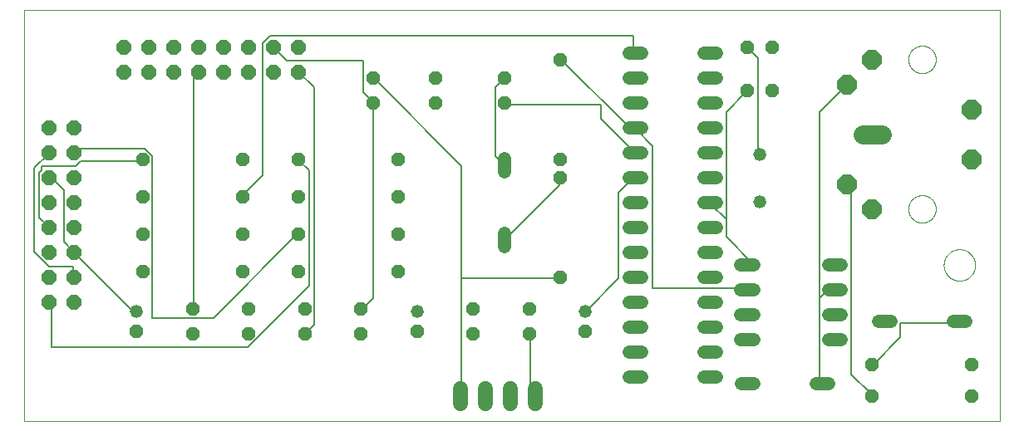
<source format=gbl>
G75*
%MOIN*%
%OFA0B0*%
%FSLAX25Y25*%
%IPPOS*%
%LPD*%
%AMOC8*
5,1,8,0,0,1.08239X$1,22.5*
%
%ADD10C,0.00000*%
%ADD11OC8,0.05200*%
%ADD12C,0.05200*%
%ADD13OC8,0.06000*%
%ADD14C,0.05200*%
%ADD15C,0.06000*%
%ADD16C,0.07800*%
%ADD17OC8,0.07800*%
%ADD18C,0.00600*%
D10*
X0001000Y0002875D02*
X0001000Y0167835D01*
X0392201Y0167835D01*
X0392201Y0002875D01*
X0001000Y0002875D01*
X0355500Y0087875D02*
X0355502Y0088023D01*
X0355508Y0088171D01*
X0355518Y0088319D01*
X0355532Y0088467D01*
X0355550Y0088614D01*
X0355572Y0088761D01*
X0355598Y0088907D01*
X0355627Y0089052D01*
X0355661Y0089197D01*
X0355699Y0089340D01*
X0355740Y0089483D01*
X0355785Y0089624D01*
X0355835Y0089764D01*
X0355887Y0089902D01*
X0355944Y0090040D01*
X0356004Y0090175D01*
X0356068Y0090309D01*
X0356135Y0090441D01*
X0356206Y0090571D01*
X0356281Y0090700D01*
X0356359Y0090826D01*
X0356440Y0090950D01*
X0356524Y0091072D01*
X0356612Y0091191D01*
X0356703Y0091308D01*
X0356797Y0091423D01*
X0356895Y0091535D01*
X0356995Y0091644D01*
X0357098Y0091751D01*
X0357204Y0091855D01*
X0357312Y0091956D01*
X0357424Y0092054D01*
X0357538Y0092149D01*
X0357654Y0092240D01*
X0357773Y0092329D01*
X0357894Y0092414D01*
X0358018Y0092496D01*
X0358144Y0092575D01*
X0358271Y0092650D01*
X0358401Y0092722D01*
X0358533Y0092791D01*
X0358666Y0092855D01*
X0358801Y0092916D01*
X0358938Y0092974D01*
X0359076Y0093028D01*
X0359216Y0093078D01*
X0359357Y0093124D01*
X0359499Y0093166D01*
X0359642Y0093205D01*
X0359786Y0093239D01*
X0359932Y0093270D01*
X0360077Y0093297D01*
X0360224Y0093320D01*
X0360371Y0093339D01*
X0360519Y0093354D01*
X0360666Y0093365D01*
X0360815Y0093372D01*
X0360963Y0093375D01*
X0361111Y0093374D01*
X0361259Y0093369D01*
X0361407Y0093360D01*
X0361555Y0093347D01*
X0361703Y0093330D01*
X0361849Y0093309D01*
X0361996Y0093284D01*
X0362141Y0093255D01*
X0362286Y0093223D01*
X0362429Y0093186D01*
X0362572Y0093146D01*
X0362714Y0093101D01*
X0362854Y0093053D01*
X0362993Y0093001D01*
X0363130Y0092946D01*
X0363266Y0092886D01*
X0363401Y0092823D01*
X0363533Y0092757D01*
X0363664Y0092687D01*
X0363793Y0092613D01*
X0363919Y0092536D01*
X0364044Y0092456D01*
X0364166Y0092372D01*
X0364287Y0092285D01*
X0364404Y0092195D01*
X0364520Y0092101D01*
X0364632Y0092005D01*
X0364742Y0091906D01*
X0364850Y0091803D01*
X0364954Y0091698D01*
X0365056Y0091590D01*
X0365154Y0091479D01*
X0365250Y0091366D01*
X0365343Y0091250D01*
X0365432Y0091132D01*
X0365518Y0091011D01*
X0365601Y0090888D01*
X0365681Y0090763D01*
X0365757Y0090636D01*
X0365830Y0090506D01*
X0365899Y0090375D01*
X0365964Y0090242D01*
X0366027Y0090108D01*
X0366085Y0089971D01*
X0366140Y0089833D01*
X0366190Y0089694D01*
X0366238Y0089553D01*
X0366281Y0089412D01*
X0366321Y0089269D01*
X0366356Y0089125D01*
X0366388Y0088980D01*
X0366416Y0088834D01*
X0366440Y0088688D01*
X0366460Y0088541D01*
X0366476Y0088393D01*
X0366488Y0088246D01*
X0366496Y0088097D01*
X0366500Y0087949D01*
X0366500Y0087801D01*
X0366496Y0087653D01*
X0366488Y0087504D01*
X0366476Y0087357D01*
X0366460Y0087209D01*
X0366440Y0087062D01*
X0366416Y0086916D01*
X0366388Y0086770D01*
X0366356Y0086625D01*
X0366321Y0086481D01*
X0366281Y0086338D01*
X0366238Y0086197D01*
X0366190Y0086056D01*
X0366140Y0085917D01*
X0366085Y0085779D01*
X0366027Y0085642D01*
X0365964Y0085508D01*
X0365899Y0085375D01*
X0365830Y0085244D01*
X0365757Y0085114D01*
X0365681Y0084987D01*
X0365601Y0084862D01*
X0365518Y0084739D01*
X0365432Y0084618D01*
X0365343Y0084500D01*
X0365250Y0084384D01*
X0365154Y0084271D01*
X0365056Y0084160D01*
X0364954Y0084052D01*
X0364850Y0083947D01*
X0364742Y0083844D01*
X0364632Y0083745D01*
X0364520Y0083649D01*
X0364404Y0083555D01*
X0364287Y0083465D01*
X0364166Y0083378D01*
X0364044Y0083294D01*
X0363919Y0083214D01*
X0363793Y0083137D01*
X0363664Y0083063D01*
X0363533Y0082993D01*
X0363401Y0082927D01*
X0363266Y0082864D01*
X0363130Y0082804D01*
X0362993Y0082749D01*
X0362854Y0082697D01*
X0362714Y0082649D01*
X0362572Y0082604D01*
X0362429Y0082564D01*
X0362286Y0082527D01*
X0362141Y0082495D01*
X0361996Y0082466D01*
X0361849Y0082441D01*
X0361703Y0082420D01*
X0361555Y0082403D01*
X0361407Y0082390D01*
X0361259Y0082381D01*
X0361111Y0082376D01*
X0360963Y0082375D01*
X0360815Y0082378D01*
X0360666Y0082385D01*
X0360519Y0082396D01*
X0360371Y0082411D01*
X0360224Y0082430D01*
X0360077Y0082453D01*
X0359932Y0082480D01*
X0359786Y0082511D01*
X0359642Y0082545D01*
X0359499Y0082584D01*
X0359357Y0082626D01*
X0359216Y0082672D01*
X0359076Y0082722D01*
X0358938Y0082776D01*
X0358801Y0082834D01*
X0358666Y0082895D01*
X0358533Y0082959D01*
X0358401Y0083028D01*
X0358271Y0083100D01*
X0358144Y0083175D01*
X0358018Y0083254D01*
X0357894Y0083336D01*
X0357773Y0083421D01*
X0357654Y0083510D01*
X0357538Y0083601D01*
X0357424Y0083696D01*
X0357312Y0083794D01*
X0357204Y0083895D01*
X0357098Y0083999D01*
X0356995Y0084106D01*
X0356895Y0084215D01*
X0356797Y0084327D01*
X0356703Y0084442D01*
X0356612Y0084559D01*
X0356524Y0084678D01*
X0356440Y0084800D01*
X0356359Y0084924D01*
X0356281Y0085050D01*
X0356206Y0085179D01*
X0356135Y0085309D01*
X0356068Y0085441D01*
X0356004Y0085575D01*
X0355944Y0085710D01*
X0355887Y0085848D01*
X0355835Y0085986D01*
X0355785Y0086126D01*
X0355740Y0086267D01*
X0355699Y0086410D01*
X0355661Y0086553D01*
X0355627Y0086698D01*
X0355598Y0086843D01*
X0355572Y0086989D01*
X0355550Y0087136D01*
X0355532Y0087283D01*
X0355518Y0087431D01*
X0355508Y0087579D01*
X0355502Y0087727D01*
X0355500Y0087875D01*
X0369701Y0065375D02*
X0369703Y0065533D01*
X0369709Y0065691D01*
X0369719Y0065849D01*
X0369733Y0066007D01*
X0369751Y0066164D01*
X0369772Y0066321D01*
X0369798Y0066477D01*
X0369828Y0066633D01*
X0369861Y0066788D01*
X0369899Y0066941D01*
X0369940Y0067094D01*
X0369985Y0067246D01*
X0370034Y0067397D01*
X0370087Y0067546D01*
X0370143Y0067694D01*
X0370203Y0067840D01*
X0370267Y0067985D01*
X0370335Y0068128D01*
X0370406Y0068270D01*
X0370480Y0068410D01*
X0370558Y0068547D01*
X0370640Y0068683D01*
X0370724Y0068817D01*
X0370813Y0068948D01*
X0370904Y0069077D01*
X0370999Y0069204D01*
X0371096Y0069329D01*
X0371197Y0069451D01*
X0371301Y0069570D01*
X0371408Y0069687D01*
X0371518Y0069801D01*
X0371631Y0069912D01*
X0371746Y0070021D01*
X0371864Y0070126D01*
X0371985Y0070228D01*
X0372108Y0070328D01*
X0372234Y0070424D01*
X0372362Y0070517D01*
X0372492Y0070607D01*
X0372625Y0070693D01*
X0372760Y0070777D01*
X0372896Y0070856D01*
X0373035Y0070933D01*
X0373176Y0071005D01*
X0373318Y0071075D01*
X0373462Y0071140D01*
X0373608Y0071202D01*
X0373755Y0071260D01*
X0373904Y0071315D01*
X0374054Y0071366D01*
X0374205Y0071413D01*
X0374357Y0071456D01*
X0374510Y0071495D01*
X0374665Y0071531D01*
X0374820Y0071562D01*
X0374976Y0071590D01*
X0375132Y0071614D01*
X0375289Y0071634D01*
X0375447Y0071650D01*
X0375604Y0071662D01*
X0375763Y0071670D01*
X0375921Y0071674D01*
X0376079Y0071674D01*
X0376237Y0071670D01*
X0376396Y0071662D01*
X0376553Y0071650D01*
X0376711Y0071634D01*
X0376868Y0071614D01*
X0377024Y0071590D01*
X0377180Y0071562D01*
X0377335Y0071531D01*
X0377490Y0071495D01*
X0377643Y0071456D01*
X0377795Y0071413D01*
X0377946Y0071366D01*
X0378096Y0071315D01*
X0378245Y0071260D01*
X0378392Y0071202D01*
X0378538Y0071140D01*
X0378682Y0071075D01*
X0378824Y0071005D01*
X0378965Y0070933D01*
X0379104Y0070856D01*
X0379240Y0070777D01*
X0379375Y0070693D01*
X0379508Y0070607D01*
X0379638Y0070517D01*
X0379766Y0070424D01*
X0379892Y0070328D01*
X0380015Y0070228D01*
X0380136Y0070126D01*
X0380254Y0070021D01*
X0380369Y0069912D01*
X0380482Y0069801D01*
X0380592Y0069687D01*
X0380699Y0069570D01*
X0380803Y0069451D01*
X0380904Y0069329D01*
X0381001Y0069204D01*
X0381096Y0069077D01*
X0381187Y0068948D01*
X0381276Y0068817D01*
X0381360Y0068683D01*
X0381442Y0068547D01*
X0381520Y0068410D01*
X0381594Y0068270D01*
X0381665Y0068128D01*
X0381733Y0067985D01*
X0381797Y0067840D01*
X0381857Y0067694D01*
X0381913Y0067546D01*
X0381966Y0067397D01*
X0382015Y0067246D01*
X0382060Y0067094D01*
X0382101Y0066941D01*
X0382139Y0066788D01*
X0382172Y0066633D01*
X0382202Y0066477D01*
X0382228Y0066321D01*
X0382249Y0066164D01*
X0382267Y0066007D01*
X0382281Y0065849D01*
X0382291Y0065691D01*
X0382297Y0065533D01*
X0382299Y0065375D01*
X0382297Y0065217D01*
X0382291Y0065059D01*
X0382281Y0064901D01*
X0382267Y0064743D01*
X0382249Y0064586D01*
X0382228Y0064429D01*
X0382202Y0064273D01*
X0382172Y0064117D01*
X0382139Y0063962D01*
X0382101Y0063809D01*
X0382060Y0063656D01*
X0382015Y0063504D01*
X0381966Y0063353D01*
X0381913Y0063204D01*
X0381857Y0063056D01*
X0381797Y0062910D01*
X0381733Y0062765D01*
X0381665Y0062622D01*
X0381594Y0062480D01*
X0381520Y0062340D01*
X0381442Y0062203D01*
X0381360Y0062067D01*
X0381276Y0061933D01*
X0381187Y0061802D01*
X0381096Y0061673D01*
X0381001Y0061546D01*
X0380904Y0061421D01*
X0380803Y0061299D01*
X0380699Y0061180D01*
X0380592Y0061063D01*
X0380482Y0060949D01*
X0380369Y0060838D01*
X0380254Y0060729D01*
X0380136Y0060624D01*
X0380015Y0060522D01*
X0379892Y0060422D01*
X0379766Y0060326D01*
X0379638Y0060233D01*
X0379508Y0060143D01*
X0379375Y0060057D01*
X0379240Y0059973D01*
X0379104Y0059894D01*
X0378965Y0059817D01*
X0378824Y0059745D01*
X0378682Y0059675D01*
X0378538Y0059610D01*
X0378392Y0059548D01*
X0378245Y0059490D01*
X0378096Y0059435D01*
X0377946Y0059384D01*
X0377795Y0059337D01*
X0377643Y0059294D01*
X0377490Y0059255D01*
X0377335Y0059219D01*
X0377180Y0059188D01*
X0377024Y0059160D01*
X0376868Y0059136D01*
X0376711Y0059116D01*
X0376553Y0059100D01*
X0376396Y0059088D01*
X0376237Y0059080D01*
X0376079Y0059076D01*
X0375921Y0059076D01*
X0375763Y0059080D01*
X0375604Y0059088D01*
X0375447Y0059100D01*
X0375289Y0059116D01*
X0375132Y0059136D01*
X0374976Y0059160D01*
X0374820Y0059188D01*
X0374665Y0059219D01*
X0374510Y0059255D01*
X0374357Y0059294D01*
X0374205Y0059337D01*
X0374054Y0059384D01*
X0373904Y0059435D01*
X0373755Y0059490D01*
X0373608Y0059548D01*
X0373462Y0059610D01*
X0373318Y0059675D01*
X0373176Y0059745D01*
X0373035Y0059817D01*
X0372896Y0059894D01*
X0372760Y0059973D01*
X0372625Y0060057D01*
X0372492Y0060143D01*
X0372362Y0060233D01*
X0372234Y0060326D01*
X0372108Y0060422D01*
X0371985Y0060522D01*
X0371864Y0060624D01*
X0371746Y0060729D01*
X0371631Y0060838D01*
X0371518Y0060949D01*
X0371408Y0061063D01*
X0371301Y0061180D01*
X0371197Y0061299D01*
X0371096Y0061421D01*
X0370999Y0061546D01*
X0370904Y0061673D01*
X0370813Y0061802D01*
X0370724Y0061933D01*
X0370640Y0062067D01*
X0370558Y0062203D01*
X0370480Y0062340D01*
X0370406Y0062480D01*
X0370335Y0062622D01*
X0370267Y0062765D01*
X0370203Y0062910D01*
X0370143Y0063056D01*
X0370087Y0063204D01*
X0370034Y0063353D01*
X0369985Y0063504D01*
X0369940Y0063656D01*
X0369899Y0063809D01*
X0369861Y0063962D01*
X0369828Y0064117D01*
X0369798Y0064273D01*
X0369772Y0064429D01*
X0369751Y0064586D01*
X0369733Y0064743D01*
X0369719Y0064901D01*
X0369709Y0065059D01*
X0369703Y0065217D01*
X0369701Y0065375D01*
X0355500Y0147875D02*
X0355502Y0148023D01*
X0355508Y0148171D01*
X0355518Y0148319D01*
X0355532Y0148467D01*
X0355550Y0148614D01*
X0355572Y0148761D01*
X0355598Y0148907D01*
X0355627Y0149052D01*
X0355661Y0149197D01*
X0355699Y0149340D01*
X0355740Y0149483D01*
X0355785Y0149624D01*
X0355835Y0149764D01*
X0355887Y0149902D01*
X0355944Y0150040D01*
X0356004Y0150175D01*
X0356068Y0150309D01*
X0356135Y0150441D01*
X0356206Y0150571D01*
X0356281Y0150700D01*
X0356359Y0150826D01*
X0356440Y0150950D01*
X0356524Y0151072D01*
X0356612Y0151191D01*
X0356703Y0151308D01*
X0356797Y0151423D01*
X0356895Y0151535D01*
X0356995Y0151644D01*
X0357098Y0151751D01*
X0357204Y0151855D01*
X0357312Y0151956D01*
X0357424Y0152054D01*
X0357538Y0152149D01*
X0357654Y0152240D01*
X0357773Y0152329D01*
X0357894Y0152414D01*
X0358018Y0152496D01*
X0358144Y0152575D01*
X0358271Y0152650D01*
X0358401Y0152722D01*
X0358533Y0152791D01*
X0358666Y0152855D01*
X0358801Y0152916D01*
X0358938Y0152974D01*
X0359076Y0153028D01*
X0359216Y0153078D01*
X0359357Y0153124D01*
X0359499Y0153166D01*
X0359642Y0153205D01*
X0359786Y0153239D01*
X0359932Y0153270D01*
X0360077Y0153297D01*
X0360224Y0153320D01*
X0360371Y0153339D01*
X0360519Y0153354D01*
X0360666Y0153365D01*
X0360815Y0153372D01*
X0360963Y0153375D01*
X0361111Y0153374D01*
X0361259Y0153369D01*
X0361407Y0153360D01*
X0361555Y0153347D01*
X0361703Y0153330D01*
X0361849Y0153309D01*
X0361996Y0153284D01*
X0362141Y0153255D01*
X0362286Y0153223D01*
X0362429Y0153186D01*
X0362572Y0153146D01*
X0362714Y0153101D01*
X0362854Y0153053D01*
X0362993Y0153001D01*
X0363130Y0152946D01*
X0363266Y0152886D01*
X0363401Y0152823D01*
X0363533Y0152757D01*
X0363664Y0152687D01*
X0363793Y0152613D01*
X0363919Y0152536D01*
X0364044Y0152456D01*
X0364166Y0152372D01*
X0364287Y0152285D01*
X0364404Y0152195D01*
X0364520Y0152101D01*
X0364632Y0152005D01*
X0364742Y0151906D01*
X0364850Y0151803D01*
X0364954Y0151698D01*
X0365056Y0151590D01*
X0365154Y0151479D01*
X0365250Y0151366D01*
X0365343Y0151250D01*
X0365432Y0151132D01*
X0365518Y0151011D01*
X0365601Y0150888D01*
X0365681Y0150763D01*
X0365757Y0150636D01*
X0365830Y0150506D01*
X0365899Y0150375D01*
X0365964Y0150242D01*
X0366027Y0150108D01*
X0366085Y0149971D01*
X0366140Y0149833D01*
X0366190Y0149694D01*
X0366238Y0149553D01*
X0366281Y0149412D01*
X0366321Y0149269D01*
X0366356Y0149125D01*
X0366388Y0148980D01*
X0366416Y0148834D01*
X0366440Y0148688D01*
X0366460Y0148541D01*
X0366476Y0148393D01*
X0366488Y0148246D01*
X0366496Y0148097D01*
X0366500Y0147949D01*
X0366500Y0147801D01*
X0366496Y0147653D01*
X0366488Y0147504D01*
X0366476Y0147357D01*
X0366460Y0147209D01*
X0366440Y0147062D01*
X0366416Y0146916D01*
X0366388Y0146770D01*
X0366356Y0146625D01*
X0366321Y0146481D01*
X0366281Y0146338D01*
X0366238Y0146197D01*
X0366190Y0146056D01*
X0366140Y0145917D01*
X0366085Y0145779D01*
X0366027Y0145642D01*
X0365964Y0145508D01*
X0365899Y0145375D01*
X0365830Y0145244D01*
X0365757Y0145114D01*
X0365681Y0144987D01*
X0365601Y0144862D01*
X0365518Y0144739D01*
X0365432Y0144618D01*
X0365343Y0144500D01*
X0365250Y0144384D01*
X0365154Y0144271D01*
X0365056Y0144160D01*
X0364954Y0144052D01*
X0364850Y0143947D01*
X0364742Y0143844D01*
X0364632Y0143745D01*
X0364520Y0143649D01*
X0364404Y0143555D01*
X0364287Y0143465D01*
X0364166Y0143378D01*
X0364044Y0143294D01*
X0363919Y0143214D01*
X0363793Y0143137D01*
X0363664Y0143063D01*
X0363533Y0142993D01*
X0363401Y0142927D01*
X0363266Y0142864D01*
X0363130Y0142804D01*
X0362993Y0142749D01*
X0362854Y0142697D01*
X0362714Y0142649D01*
X0362572Y0142604D01*
X0362429Y0142564D01*
X0362286Y0142527D01*
X0362141Y0142495D01*
X0361996Y0142466D01*
X0361849Y0142441D01*
X0361703Y0142420D01*
X0361555Y0142403D01*
X0361407Y0142390D01*
X0361259Y0142381D01*
X0361111Y0142376D01*
X0360963Y0142375D01*
X0360815Y0142378D01*
X0360666Y0142385D01*
X0360519Y0142396D01*
X0360371Y0142411D01*
X0360224Y0142430D01*
X0360077Y0142453D01*
X0359932Y0142480D01*
X0359786Y0142511D01*
X0359642Y0142545D01*
X0359499Y0142584D01*
X0359357Y0142626D01*
X0359216Y0142672D01*
X0359076Y0142722D01*
X0358938Y0142776D01*
X0358801Y0142834D01*
X0358666Y0142895D01*
X0358533Y0142959D01*
X0358401Y0143028D01*
X0358271Y0143100D01*
X0358144Y0143175D01*
X0358018Y0143254D01*
X0357894Y0143336D01*
X0357773Y0143421D01*
X0357654Y0143510D01*
X0357538Y0143601D01*
X0357424Y0143696D01*
X0357312Y0143794D01*
X0357204Y0143895D01*
X0357098Y0143999D01*
X0356995Y0144106D01*
X0356895Y0144215D01*
X0356797Y0144327D01*
X0356703Y0144442D01*
X0356612Y0144559D01*
X0356524Y0144678D01*
X0356440Y0144800D01*
X0356359Y0144924D01*
X0356281Y0145050D01*
X0356206Y0145179D01*
X0356135Y0145309D01*
X0356068Y0145441D01*
X0356004Y0145575D01*
X0355944Y0145710D01*
X0355887Y0145848D01*
X0355835Y0145986D01*
X0355785Y0146126D01*
X0355740Y0146267D01*
X0355699Y0146410D01*
X0355661Y0146553D01*
X0355627Y0146698D01*
X0355598Y0146843D01*
X0355572Y0146989D01*
X0355550Y0147136D01*
X0355532Y0147283D01*
X0355518Y0147431D01*
X0355508Y0147579D01*
X0355502Y0147727D01*
X0355500Y0147875D01*
D11*
X0301000Y0152875D03*
X0291000Y0152875D03*
X0291000Y0135375D03*
X0301000Y0135375D03*
X0216000Y0147875D03*
X0193500Y0140375D03*
X0193500Y0130375D03*
X0166000Y0130375D03*
X0166000Y0140375D03*
X0141000Y0140375D03*
X0141000Y0130375D03*
X0151000Y0107875D03*
X0151000Y0092875D03*
X0151000Y0077875D03*
X0151000Y0062875D03*
X0136000Y0047875D03*
X0136000Y0037875D03*
X0113500Y0037875D03*
X0091000Y0037875D03*
X0091000Y0047875D03*
X0113500Y0047875D03*
X0111000Y0062875D03*
X0088500Y0062875D03*
X0088500Y0077875D03*
X0111000Y0077875D03*
X0111000Y0092875D03*
X0088500Y0092875D03*
X0088500Y0107875D03*
X0111000Y0107875D03*
X0048500Y0107875D03*
X0048500Y0092875D03*
X0048500Y0077875D03*
X0048500Y0062875D03*
X0068500Y0047875D03*
X0068500Y0037875D03*
X0046000Y0038875D03*
X0158500Y0038875D03*
X0181000Y0037875D03*
X0203500Y0037875D03*
X0203500Y0047875D03*
X0181000Y0047875D03*
X0216000Y0060375D03*
X0226000Y0038875D03*
X0341000Y0025375D03*
X0341000Y0012875D03*
X0381000Y0012875D03*
X0381000Y0025375D03*
X0216000Y0100375D03*
X0216000Y0107875D03*
D12*
X0193500Y0107975D02*
X0193500Y0102775D01*
X0243400Y0100375D02*
X0248600Y0100375D01*
X0248600Y0110375D02*
X0243400Y0110375D01*
X0243400Y0120375D02*
X0248600Y0120375D01*
X0248600Y0130375D02*
X0243400Y0130375D01*
X0243400Y0140375D02*
X0248600Y0140375D01*
X0248600Y0150375D02*
X0243400Y0150375D01*
X0273400Y0150375D02*
X0278600Y0150375D01*
X0278600Y0140375D02*
X0273400Y0140375D01*
X0273400Y0130375D02*
X0278600Y0130375D01*
X0278600Y0120375D02*
X0273400Y0120375D01*
X0273400Y0110375D02*
X0278600Y0110375D01*
X0278600Y0100375D02*
X0273400Y0100375D01*
X0273400Y0090375D02*
X0278600Y0090375D01*
X0278600Y0080375D02*
X0273400Y0080375D01*
X0273400Y0070375D02*
X0278600Y0070375D01*
X0288300Y0065375D02*
X0293500Y0065375D01*
X0278600Y0060375D02*
X0273400Y0060375D01*
X0288300Y0055375D02*
X0293500Y0055375D01*
X0278600Y0050375D02*
X0273400Y0050375D01*
X0288300Y0045375D02*
X0293500Y0045375D01*
X0278600Y0040375D02*
X0273400Y0040375D01*
X0288300Y0035375D02*
X0293500Y0035375D01*
X0278600Y0030375D02*
X0273400Y0030375D01*
X0273400Y0020375D02*
X0278600Y0020375D01*
X0288400Y0017875D02*
X0293600Y0017875D01*
X0318400Y0017875D02*
X0323600Y0017875D01*
X0323500Y0035375D02*
X0328700Y0035375D01*
X0343400Y0042875D02*
X0348600Y0042875D01*
X0328700Y0045375D02*
X0323500Y0045375D01*
X0323500Y0055375D02*
X0328700Y0055375D01*
X0328700Y0065375D02*
X0323500Y0065375D01*
X0373400Y0042875D02*
X0378600Y0042875D01*
X0248600Y0040375D02*
X0243400Y0040375D01*
X0243400Y0050375D02*
X0248600Y0050375D01*
X0248600Y0060375D02*
X0243400Y0060375D01*
X0243400Y0070375D02*
X0248600Y0070375D01*
X0248600Y0080375D02*
X0243400Y0080375D01*
X0243400Y0090375D02*
X0248600Y0090375D01*
X0193500Y0077975D02*
X0193500Y0072775D01*
X0243400Y0030375D02*
X0248600Y0030375D01*
X0248600Y0020375D02*
X0243400Y0020375D01*
D13*
X0021000Y0050375D03*
X0011000Y0050375D03*
X0011000Y0060375D03*
X0021000Y0060375D03*
X0021000Y0070375D03*
X0011000Y0070375D03*
X0011000Y0080375D03*
X0021000Y0080375D03*
X0021000Y0090375D03*
X0011000Y0090375D03*
X0011000Y0100375D03*
X0021000Y0100375D03*
X0021000Y0110375D03*
X0011000Y0110375D03*
X0011000Y0120375D03*
X0021000Y0120375D03*
X0041000Y0142875D03*
X0051000Y0142875D03*
X0061000Y0142875D03*
X0071000Y0142875D03*
X0081000Y0142875D03*
X0091000Y0142875D03*
X0101000Y0142875D03*
X0111000Y0142875D03*
X0111000Y0152875D03*
X0101000Y0152875D03*
X0091000Y0152875D03*
X0081000Y0152875D03*
X0071000Y0152875D03*
X0061000Y0152875D03*
X0051000Y0152875D03*
X0041000Y0152875D03*
D14*
X0046000Y0046875D03*
X0158500Y0046875D03*
X0226000Y0046875D03*
X0296000Y0090875D03*
X0296000Y0109875D03*
D15*
X0206000Y0015875D02*
X0206000Y0009875D01*
X0196000Y0009875D02*
X0196000Y0015875D01*
X0186000Y0015875D02*
X0186000Y0009875D01*
X0176000Y0009875D02*
X0176000Y0015875D01*
D16*
X0337100Y0117875D02*
X0344900Y0117875D01*
D17*
X0381000Y0127875D03*
X0381000Y0107875D03*
X0341000Y0087875D03*
X0331000Y0097875D03*
X0331000Y0137875D03*
X0341000Y0147875D03*
D18*
X0331000Y0137875D02*
X0330724Y0137717D01*
X0319898Y0126890D01*
X0319898Y0052087D01*
X0322850Y0055040D01*
X0323500Y0055375D01*
X0319898Y0052087D02*
X0319898Y0019607D01*
X0320882Y0018623D01*
X0321000Y0017875D01*
X0332693Y0021575D02*
X0332693Y0096378D01*
X0331709Y0097363D01*
X0331000Y0097875D01*
X0296000Y0109875D02*
X0295291Y0110158D01*
X0295291Y0148544D01*
X0291354Y0152481D01*
X0291000Y0152875D01*
X0291000Y0135375D02*
X0290370Y0134764D01*
X0282496Y0126890D01*
X0282496Y0083583D01*
X0276591Y0089489D01*
X0276000Y0090375D01*
X0282496Y0083583D02*
X0282496Y0076693D01*
X0293323Y0065867D01*
X0293500Y0065375D01*
X0293323Y0056024D02*
X0293500Y0055375D01*
X0293323Y0056024D02*
X0252969Y0056024D01*
X0252969Y0113111D01*
X0246079Y0120001D01*
X0246000Y0120375D01*
X0245094Y0120985D01*
X0243126Y0120985D01*
X0216551Y0147560D01*
X0216000Y0147875D01*
X0193500Y0140375D02*
X0192929Y0139686D01*
X0189976Y0136733D01*
X0189976Y0109174D01*
X0192929Y0106221D01*
X0193500Y0105375D01*
X0176197Y0105237D02*
X0176197Y0059961D01*
X0176197Y0013701D01*
X0176000Y0012875D01*
X0203756Y0015670D02*
X0203756Y0037323D01*
X0203500Y0037875D01*
X0226000Y0046875D02*
X0226394Y0047166D01*
X0239189Y0059961D01*
X0239189Y0094410D01*
X0245094Y0100315D01*
X0246000Y0100375D01*
X0246000Y0110375D02*
X0245094Y0111142D01*
X0232299Y0123938D01*
X0232299Y0129843D01*
X0193913Y0129843D01*
X0193500Y0130375D01*
X0176197Y0105237D02*
X0141748Y0139686D01*
X0141000Y0140375D01*
X0136827Y0134764D02*
X0140764Y0130827D01*
X0141000Y0130375D01*
X0140764Y0129843D01*
X0140764Y0052087D01*
X0136827Y0048150D01*
X0136000Y0047875D01*
X0117142Y0041260D02*
X0114189Y0038308D01*
X0113500Y0037875D01*
X0117142Y0041260D02*
X0117142Y0136733D01*
X0111000Y0142875D01*
X0106315Y0147560D02*
X0136827Y0147560D01*
X0136827Y0134764D01*
X0106315Y0147560D02*
X0101000Y0152875D01*
X0099425Y0157402D02*
X0096472Y0154449D01*
X0096472Y0101300D01*
X0088598Y0093426D01*
X0088500Y0092875D01*
X0111236Y0107205D02*
X0115173Y0103268D01*
X0115173Y0057008D01*
X0090567Y0032402D01*
X0011827Y0032402D01*
X0011827Y0050119D01*
X0011000Y0050375D01*
X0021000Y0060375D02*
X0020685Y0060945D01*
X0020685Y0064882D01*
X0010843Y0064882D01*
X0004937Y0070788D01*
X0004937Y0104252D01*
X0010843Y0110158D01*
X0011000Y0110375D01*
X0007890Y0105237D02*
X0007890Y0103268D01*
X0006906Y0102284D01*
X0006906Y0084567D01*
X0010843Y0080630D01*
X0011000Y0080375D01*
X0016748Y0074725D02*
X0020685Y0070788D01*
X0021000Y0070375D01*
X0021669Y0069804D01*
X0045291Y0046182D01*
X0046000Y0046875D01*
X0052181Y0044213D02*
X0052181Y0109174D01*
X0049228Y0112126D01*
X0021669Y0112126D01*
X0021669Y0111142D01*
X0021000Y0110375D01*
X0023638Y0107205D02*
X0021669Y0105237D01*
X0007890Y0105237D01*
X0011000Y0100375D02*
X0011827Y0100315D01*
X0016748Y0095394D01*
X0016748Y0074725D01*
X0068500Y0047875D02*
X0068913Y0048150D01*
X0068913Y0140670D01*
X0070882Y0142638D01*
X0071000Y0142875D01*
X0099425Y0157402D02*
X0245094Y0157402D01*
X0245094Y0150512D01*
X0246000Y0150375D01*
X0216000Y0100375D02*
X0215567Y0100315D01*
X0215567Y0097363D01*
X0193913Y0075709D01*
X0193500Y0075375D01*
X0176197Y0059961D02*
X0215567Y0059961D01*
X0216000Y0060375D01*
X0203756Y0015670D02*
X0205724Y0013701D01*
X0206000Y0012875D01*
X0332693Y0021575D02*
X0340567Y0013701D01*
X0341000Y0012875D01*
X0341000Y0025375D02*
X0341551Y0025512D01*
X0352378Y0036339D01*
X0352378Y0042245D01*
X0376000Y0042245D01*
X0376000Y0042875D01*
X0111000Y0077875D02*
X0110252Y0077678D01*
X0076787Y0044213D01*
X0052181Y0044213D01*
X0048244Y0107205D02*
X0023638Y0107205D01*
X0048244Y0107205D02*
X0048500Y0107875D01*
X0111000Y0107875D02*
X0111236Y0107205D01*
M02*

</source>
